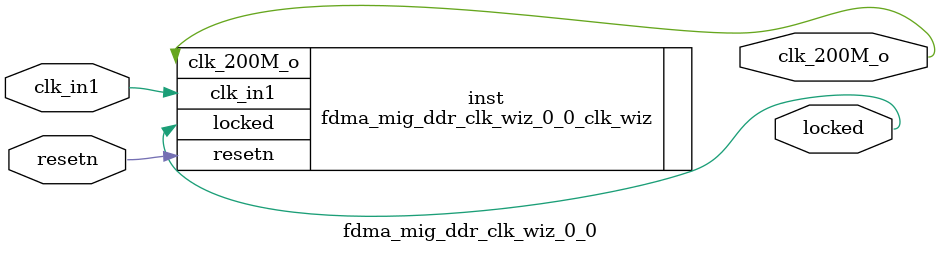
<source format=v>


`timescale 1ps/1ps

(* CORE_GENERATION_INFO = "fdma_mig_ddr_clk_wiz_0_0,clk_wiz_v6_0_9_0_0,{component_name=fdma_mig_ddr_clk_wiz_0_0,use_phase_alignment=false,use_min_o_jitter=false,use_max_i_jitter=false,use_dyn_phase_shift=false,use_inclk_switchover=false,use_dyn_reconfig=false,enable_axi=0,feedback_source=FDBK_AUTO,PRIMITIVE=MMCM,num_out_clk=1,clkin1_period=10.000,clkin2_period=10.000,use_power_down=false,use_reset=true,use_locked=true,use_inclk_stopped=false,feedback_type=SINGLE,CLOCK_MGR_TYPE=NA,manual_override=false}" *)

module fdma_mig_ddr_clk_wiz_0_0 
 (
  // Clock out ports
  output        clk_200M_o,
  // Status and control signals
  input         resetn,
  output        locked,
 // Clock in ports
  input         clk_in1
 );

  fdma_mig_ddr_clk_wiz_0_0_clk_wiz inst
  (
  // Clock out ports  
  .clk_200M_o(clk_200M_o),
  // Status and control signals               
  .resetn(resetn), 
  .locked(locked),
 // Clock in ports
  .clk_in1(clk_in1)
  );

endmodule

</source>
